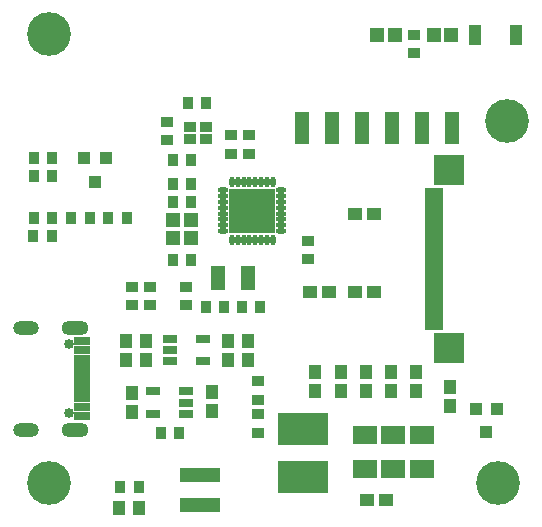
<source format=gts>
G04*
G04 #@! TF.GenerationSoftware,Altium Limited,Altium Designer,22.6.1 (34)*
G04*
G04 Layer_Color=8388736*
%FSLAX25Y25*%
%MOIN*%
G70*
G04*
G04 #@! TF.SameCoordinates,3CCE4902-C80F-44A4-85C5-196FD7956E2B*
G04*
G04*
G04 #@! TF.FilePolarity,Negative*
G04*
G01*
G75*
%ADD40R,0.03556X0.04343*%
%ADD41R,0.04343X0.03556*%
%ADD42R,0.03950X0.04343*%
%ADD43R,0.04737X0.10642*%
%ADD44R,0.03950X0.07099*%
%ADD45R,0.04737X0.04540*%
%ADD46R,0.05131X0.03162*%
%ADD47R,0.15761X0.14580*%
%ADD48O,0.03753X0.01784*%
%ADD49O,0.01784X0.03753*%
%ADD50R,0.04737X0.07887*%
%ADD51R,0.16548X0.10642*%
%ADD52R,0.04599X0.04343*%
%ADD53R,0.04343X0.04599*%
%ADD54R,0.04147X0.04540*%
%ADD55R,0.04147X0.03753*%
%ADD56R,0.05328X0.01981*%
%ADD57R,0.05328X0.03162*%
%ADD58R,0.13280X0.04816*%
%ADD59R,0.09855X0.09855*%
%ADD60R,0.06312X0.01981*%
%ADD61R,0.07887X0.06076*%
%ADD62C,0.14580*%
%ADD63C,0.03359*%
%ADD64O,0.09068X0.04934*%
%ADD65O,0.08674X0.04737*%
%ADD66C,0.03950*%
D40*
X-79941Y13669D02*
D03*
X-73721D02*
D03*
X-79941Y33669D02*
D03*
X-73721D02*
D03*
X-79941Y27500D02*
D03*
X-73721D02*
D03*
X-67526Y13669D02*
D03*
X-61305D02*
D03*
X-80110Y7500D02*
D03*
X-73890D02*
D03*
X-28610Y52000D02*
D03*
X-22390D02*
D03*
X-10610Y-16000D02*
D03*
X-4390D02*
D03*
X-22610D02*
D03*
X-16390D02*
D03*
X-31390Y-58000D02*
D03*
X-37610D02*
D03*
X-44890Y-76000D02*
D03*
X-51110D02*
D03*
X-33610Y33000D02*
D03*
X-27390D02*
D03*
X-33610Y25000D02*
D03*
X-27390D02*
D03*
Y19000D02*
D03*
X-33610D02*
D03*
X-27390Y-500D02*
D03*
X-33610D02*
D03*
X-48890Y13669D02*
D03*
X-55110D02*
D03*
D41*
X47000Y74610D02*
D03*
Y68390D02*
D03*
X11500Y6000D02*
D03*
Y-221D02*
D03*
X-5000Y-47110D02*
D03*
Y-40890D02*
D03*
Y-58110D02*
D03*
Y-51890D02*
D03*
X-29000Y-9390D02*
D03*
Y-15610D02*
D03*
X-8000Y34890D02*
D03*
Y41110D02*
D03*
X-14000Y34890D02*
D03*
Y41110D02*
D03*
X-35500Y45610D02*
D03*
Y39390D02*
D03*
X-41000Y-15610D02*
D03*
Y-9390D02*
D03*
X-47000Y-15610D02*
D03*
Y-9390D02*
D03*
D42*
X-55957Y33437D02*
D03*
X-63043D02*
D03*
X-59500Y25563D02*
D03*
X71000Y-57937D02*
D03*
X74543Y-50063D02*
D03*
X67457D02*
D03*
D43*
X59500Y43500D02*
D03*
X49500D02*
D03*
X39500D02*
D03*
X29500D02*
D03*
X19500D02*
D03*
X9500D02*
D03*
D44*
X80693Y74500D02*
D03*
X67307D02*
D03*
D45*
X53427D02*
D03*
X59333D02*
D03*
X40453D02*
D03*
X34547D02*
D03*
X-33453Y13000D02*
D03*
X-27547D02*
D03*
X-27547Y7000D02*
D03*
X-33453D02*
D03*
D46*
X-34512Y-26800D02*
D03*
X-23488D02*
D03*
X-34512Y-30540D02*
D03*
Y-34280D02*
D03*
X-23488D02*
D03*
X-28988Y-51700D02*
D03*
X-40012D02*
D03*
X-28988Y-47960D02*
D03*
Y-44220D02*
D03*
X-40012D02*
D03*
D47*
X-7000Y16000D02*
D03*
D48*
X-16646Y9110D02*
D03*
Y11079D02*
D03*
Y13047D02*
D03*
Y15016D02*
D03*
Y16984D02*
D03*
Y18953D02*
D03*
Y20921D02*
D03*
Y22890D02*
D03*
X2646D02*
D03*
Y20921D02*
D03*
Y18953D02*
D03*
Y16984D02*
D03*
Y15016D02*
D03*
Y13047D02*
D03*
Y11079D02*
D03*
Y9110D02*
D03*
D49*
X-13890Y25646D02*
D03*
X-11921D02*
D03*
X-9953D02*
D03*
X-7984D02*
D03*
X-6016D02*
D03*
X-4047D02*
D03*
X-2079D02*
D03*
X-110D02*
D03*
Y6354D02*
D03*
X-2079D02*
D03*
X-4047D02*
D03*
X-6016D02*
D03*
X-7984D02*
D03*
X-9953D02*
D03*
X-11921D02*
D03*
X-13890D02*
D03*
D50*
X-18421Y-6500D02*
D03*
X-8579D02*
D03*
D51*
X10000Y-72874D02*
D03*
Y-56732D02*
D03*
D52*
X31350Y-80500D02*
D03*
X37650D02*
D03*
X27350Y15000D02*
D03*
X33650D02*
D03*
X27350Y-11000D02*
D03*
X33650D02*
D03*
X18650D02*
D03*
X12350D02*
D03*
D53*
X-42500Y-33650D02*
D03*
Y-27350D02*
D03*
X-49000Y-33650D02*
D03*
Y-27350D02*
D03*
X-15000Y-33650D02*
D03*
Y-27350D02*
D03*
X-8500Y-33650D02*
D03*
Y-27350D02*
D03*
X-20500Y-50650D02*
D03*
Y-44350D02*
D03*
X-47000Y-51150D02*
D03*
Y-44850D02*
D03*
X59000Y-42850D02*
D03*
Y-49150D02*
D03*
X47500Y-44000D02*
D03*
Y-37701D02*
D03*
X39125D02*
D03*
Y-44000D02*
D03*
X30750D02*
D03*
Y-37701D02*
D03*
X22375D02*
D03*
Y-44000D02*
D03*
X14000D02*
D03*
Y-37701D02*
D03*
D54*
X-51346Y-83000D02*
D03*
X-44653D02*
D03*
D55*
X-27815Y44000D02*
D03*
Y39866D02*
D03*
X-22500Y44000D02*
D03*
Y39866D02*
D03*
D56*
X-63779Y-33110D02*
D03*
Y-35079D02*
D03*
Y-37047D02*
D03*
Y-46890D02*
D03*
Y-44921D02*
D03*
Y-42953D02*
D03*
Y-39016D02*
D03*
Y-40984D02*
D03*
D57*
Y-49449D02*
D03*
Y-30551D02*
D03*
Y-52598D02*
D03*
Y-27402D02*
D03*
D58*
X-24500Y-72000D02*
D03*
Y-82000D02*
D03*
D59*
X58421Y-29626D02*
D03*
Y29626D02*
D03*
D60*
X53500Y-6890D02*
D03*
Y20669D02*
D03*
Y18701D02*
D03*
Y16732D02*
D03*
Y14764D02*
D03*
Y12795D02*
D03*
Y10827D02*
D03*
Y8858D02*
D03*
Y6890D02*
D03*
Y4921D02*
D03*
Y2953D02*
D03*
Y984D02*
D03*
Y-984D02*
D03*
Y-2953D02*
D03*
Y-4921D02*
D03*
Y-8858D02*
D03*
Y-10827D02*
D03*
Y-12795D02*
D03*
Y-14764D02*
D03*
Y-16732D02*
D03*
Y-18701D02*
D03*
Y-20669D02*
D03*
Y-22638D02*
D03*
Y22638D02*
D03*
D03*
D61*
X49500Y-58870D02*
D03*
Y-70130D02*
D03*
X40000D02*
D03*
Y-58870D02*
D03*
X30500D02*
D03*
Y-70130D02*
D03*
D62*
X78000Y46000D02*
D03*
X74803Y-74803D02*
D03*
X-74803D02*
D03*
Y74803D02*
D03*
D63*
X-68012Y-28622D02*
D03*
Y-51378D02*
D03*
D64*
X-66043Y-57008D02*
D03*
Y-22992D02*
D03*
D65*
X-82500Y-57008D02*
D03*
Y-22992D02*
D03*
D66*
X-2669Y20331D02*
D03*
Y16000D02*
D03*
Y11669D02*
D03*
X-7000Y20331D02*
D03*
Y16000D02*
D03*
Y11669D02*
D03*
X-11331Y20331D02*
D03*
Y16000D02*
D03*
Y11669D02*
D03*
M02*

</source>
